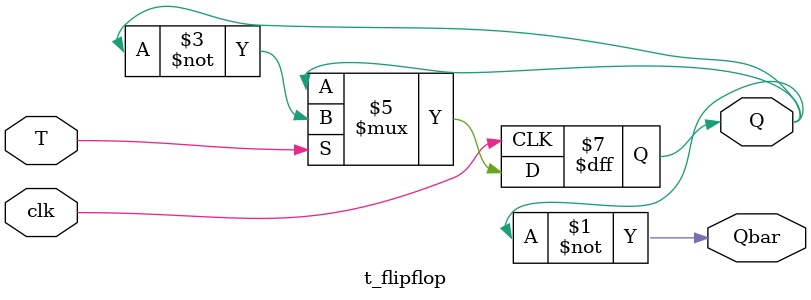
<source format=v>
module t_flipflop (
    input T,
    input clk,
    output reg Q,
    output Qbar
);

    assign Qbar = ~Q;

    initial Q = 0;

    always @(posedge clk) begin
        if (T)
            Q <= ~Q;
    end

endmodule


</source>
